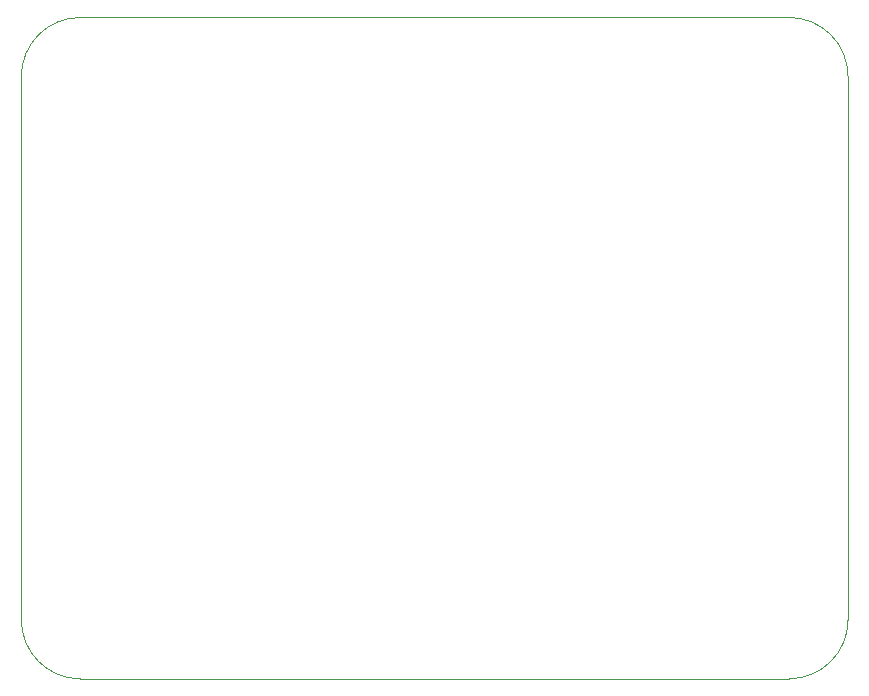
<source format=gbr>
%TF.GenerationSoftware,KiCad,Pcbnew,(6.0.1-0)*%
%TF.CreationDate,2022-12-13T14:32:30+01:00*%
%TF.ProjectId,CAN_Steppermodul,43414e5f-5374-4657-9070-65726d6f6475,rev?*%
%TF.SameCoordinates,Original*%
%TF.FileFunction,Profile,NP*%
%FSLAX46Y46*%
G04 Gerber Fmt 4.6, Leading zero omitted, Abs format (unit mm)*
G04 Created by KiCad (PCBNEW (6.0.1-0)) date 2022-12-13 14:32:30*
%MOMM*%
%LPD*%
G01*
G04 APERTURE LIST*
%TA.AperFunction,Profile*%
%ADD10C,0.100000*%
%TD*%
G04 APERTURE END LIST*
D10*
X178000000Y-127000000D02*
G75*
G03*
X183000000Y-122000000I0J5000000D01*
G01*
X183000000Y-76000000D02*
G75*
G03*
X178000000Y-71000000I-5000000J0D01*
G01*
X118000000Y-71000000D02*
G75*
G03*
X113000000Y-76000000I0J-5000000D01*
G01*
X113000000Y-122000000D02*
G75*
G03*
X118000000Y-127000000I5000000J0D01*
G01*
X113000000Y-76000000D02*
X113000000Y-122000000D01*
X178000000Y-71000000D02*
X118000000Y-71000000D01*
X183000000Y-122000000D02*
X183000000Y-76000000D01*
X118000000Y-127000000D02*
X178000000Y-127000000D01*
M02*

</source>
